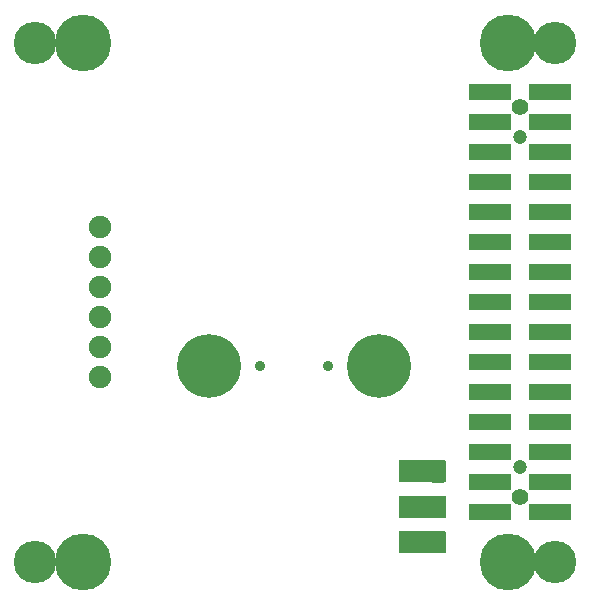
<source format=gts>
G04 #@! TF.GenerationSoftware,KiCad,Pcbnew,(5.0.0)*
G04 #@! TF.CreationDate,2019-01-06T02:19:59+09:00*
G04 #@! TF.ProjectId,M5Stack_WiSUN,4D35537461636B5F576953554E2E6B69,rev?*
G04 #@! TF.SameCoordinates,PX989680PY55d4a80*
G04 #@! TF.FileFunction,Soldermask,Top*
G04 #@! TF.FilePolarity,Negative*
%FSLAX46Y46*%
G04 Gerber Fmt 4.6, Leading zero omitted, Abs format (unit mm)*
G04 Created by KiCad (PCBNEW (5.0.0)) date 01/06/19 02:19:59*
%MOMM*%
%LPD*%
G01*
G04 APERTURE LIST*
%ADD10C,5.400000*%
%ADD11C,0.900000*%
%ADD12C,1.000000*%
%ADD13C,0.100000*%
%ADD14R,1.400000X1.900000*%
%ADD15C,3.600000*%
%ADD16C,4.800000*%
%ADD17C,1.900000*%
%ADD18C,1.400000*%
%ADD19C,1.200000*%
%ADD20R,3.550000X1.400000*%
G04 APERTURE END LIST*
D10*
G04 #@! TO.C,U1*
X32093882Y19610664D03*
X17693882Y19610664D03*
D11*
X27743882Y19610664D03*
X22043882Y19610664D03*
G04 #@! TD*
D12*
G04 #@! TO.C,JP1*
X37100000Y10700000D03*
D13*
G36*
X36560982Y9753843D02*
X36523463Y9765224D01*
X36488886Y9783706D01*
X36458579Y9808579D01*
X36433706Y9838886D01*
X36415224Y9873463D01*
X36403843Y9910982D01*
X36400000Y9950000D01*
X36400000Y10200000D01*
X36200000Y10200000D01*
X36160982Y10203843D01*
X36123463Y10215224D01*
X36088886Y10233706D01*
X36058579Y10258579D01*
X36033706Y10288886D01*
X36015224Y10323463D01*
X36003843Y10360982D01*
X36000000Y10400000D01*
X36000000Y11000000D01*
X36003843Y11039018D01*
X36015224Y11076537D01*
X36033706Y11111114D01*
X36058579Y11141421D01*
X36088886Y11166294D01*
X36123463Y11184776D01*
X36160982Y11196157D01*
X36200000Y11200000D01*
X36400000Y11200000D01*
X36400000Y11450000D01*
X36403843Y11489018D01*
X36415224Y11526537D01*
X36433706Y11561114D01*
X36458579Y11591421D01*
X36488886Y11616294D01*
X36523463Y11634776D01*
X36560982Y11646157D01*
X36600000Y11650000D01*
X37600000Y11650000D01*
X37639018Y11646157D01*
X37676537Y11634776D01*
X37711114Y11616294D01*
X37741421Y11591421D01*
X37766294Y11561114D01*
X37784776Y11526537D01*
X37796157Y11489018D01*
X37800000Y11450000D01*
X37800000Y9950000D01*
X37796157Y9910982D01*
X37784776Y9873463D01*
X37766294Y9838886D01*
X37741421Y9808579D01*
X37711114Y9783706D01*
X37676537Y9765224D01*
X37639018Y9753843D01*
X37600000Y9750000D01*
X36600000Y9750000D01*
X36560982Y9753843D01*
X36560982Y9753843D01*
G37*
D14*
X34500000Y10700000D03*
X35800000Y10700000D03*
G04 #@! TD*
G04 #@! TO.C,JP2*
X35800000Y7700000D03*
X34500000Y7700000D03*
D12*
X37100000Y7700000D03*
D13*
G36*
X36560982Y6753843D02*
X36523463Y6765224D01*
X36488886Y6783706D01*
X36458579Y6808579D01*
X36433706Y6838886D01*
X36415224Y6873463D01*
X36403843Y6910982D01*
X36400000Y6950000D01*
X36400000Y7200000D01*
X36200000Y7200000D01*
X36160982Y7203843D01*
X36123463Y7215224D01*
X36088886Y7233706D01*
X36058579Y7258579D01*
X36033706Y7288886D01*
X36015224Y7323463D01*
X36003843Y7360982D01*
X36000000Y7400000D01*
X36000000Y8000000D01*
X36003843Y8039018D01*
X36015224Y8076537D01*
X36033706Y8111114D01*
X36058579Y8141421D01*
X36088886Y8166294D01*
X36123463Y8184776D01*
X36160982Y8196157D01*
X36200000Y8200000D01*
X36400000Y8200000D01*
X36400000Y8450000D01*
X36403843Y8489018D01*
X36415224Y8526537D01*
X36433706Y8561114D01*
X36458579Y8591421D01*
X36488886Y8616294D01*
X36523463Y8634776D01*
X36560982Y8646157D01*
X36600000Y8650000D01*
X37600000Y8650000D01*
X37639018Y8646157D01*
X37676537Y8634776D01*
X37711114Y8616294D01*
X37741421Y8591421D01*
X37766294Y8561114D01*
X37784776Y8526537D01*
X37796157Y8489018D01*
X37800000Y8450000D01*
X37800000Y6950000D01*
X37796157Y6910982D01*
X37784776Y6873463D01*
X37766294Y6838886D01*
X37741421Y6808579D01*
X37711114Y6783706D01*
X37676537Y6765224D01*
X37639018Y6753843D01*
X37600000Y6750000D01*
X36600000Y6750000D01*
X36560982Y6753843D01*
X36560982Y6753843D01*
G37*
G04 #@! TD*
D12*
G04 #@! TO.C,JP3*
X37100000Y4700000D03*
D13*
G36*
X36560982Y3753843D02*
X36523463Y3765224D01*
X36488886Y3783706D01*
X36458579Y3808579D01*
X36433706Y3838886D01*
X36415224Y3873463D01*
X36403843Y3910982D01*
X36400000Y3950000D01*
X36400000Y4200000D01*
X36200000Y4200000D01*
X36160982Y4203843D01*
X36123463Y4215224D01*
X36088886Y4233706D01*
X36058579Y4258579D01*
X36033706Y4288886D01*
X36015224Y4323463D01*
X36003843Y4360982D01*
X36000000Y4400000D01*
X36000000Y5000000D01*
X36003843Y5039018D01*
X36015224Y5076537D01*
X36033706Y5111114D01*
X36058579Y5141421D01*
X36088886Y5166294D01*
X36123463Y5184776D01*
X36160982Y5196157D01*
X36200000Y5200000D01*
X36400000Y5200000D01*
X36400000Y5450000D01*
X36403843Y5489018D01*
X36415224Y5526537D01*
X36433706Y5561114D01*
X36458579Y5591421D01*
X36488886Y5616294D01*
X36523463Y5634776D01*
X36560982Y5646157D01*
X36600000Y5650000D01*
X37600000Y5650000D01*
X37639018Y5646157D01*
X37676537Y5634776D01*
X37711114Y5616294D01*
X37741421Y5591421D01*
X37766294Y5561114D01*
X37784776Y5526537D01*
X37796157Y5489018D01*
X37800000Y5450000D01*
X37800000Y3950000D01*
X37796157Y3910982D01*
X37784776Y3873463D01*
X37766294Y3838886D01*
X37741421Y3808579D01*
X37711114Y3783706D01*
X37676537Y3765224D01*
X37639018Y3753843D01*
X37600000Y3750000D01*
X36600000Y3750000D01*
X36560982Y3753843D01*
X36560982Y3753843D01*
G37*
D14*
X34500000Y4700000D03*
X35800000Y4700000D03*
G04 #@! TD*
D15*
G04 #@! TO.C,MH1*
X3000000Y3000000D03*
G04 #@! TD*
G04 #@! TO.C,MH2*
X47000000Y3000000D03*
G04 #@! TD*
G04 #@! TO.C,MH3*
X3000000Y47000000D03*
G04 #@! TD*
G04 #@! TO.C,MH4*
X47000000Y47000000D03*
G04 #@! TD*
D16*
G04 #@! TO.C,MH5*
X7000000Y3000000D03*
G04 #@! TD*
G04 #@! TO.C,MH6*
X43000000Y3000000D03*
G04 #@! TD*
G04 #@! TO.C,MH7*
X7000000Y47000000D03*
G04 #@! TD*
G04 #@! TO.C,MH8*
X43000000Y47000000D03*
G04 #@! TD*
D17*
G04 #@! TO.C,TP1*
X8490000Y31350000D03*
G04 #@! TD*
G04 #@! TO.C,TP2*
X8490000Y28810000D03*
G04 #@! TD*
G04 #@! TO.C,TP3*
X8490000Y26270000D03*
G04 #@! TD*
G04 #@! TO.C,TP4*
X8490000Y23730000D03*
G04 #@! TD*
G04 #@! TO.C,TP5*
X8490000Y21190000D03*
G04 #@! TD*
G04 #@! TO.C,TP6*
X8490000Y18650000D03*
G04 #@! TD*
D18*
G04 #@! TO.C,J1*
X44050000Y41510000D03*
X44050000Y8490000D03*
G04 #@! TD*
D19*
G04 #@! TO.C,J2*
X44050000Y11030000D03*
X44050000Y38970000D03*
D20*
X41525000Y42780000D03*
X46575000Y42780000D03*
X41525000Y40240000D03*
X46575000Y40240000D03*
X41525000Y37700000D03*
X46575000Y37700000D03*
X41525000Y35160000D03*
X46575000Y35160000D03*
X41525000Y32620000D03*
X46575000Y32620000D03*
X41525000Y30080000D03*
X46575000Y30080000D03*
X41525000Y27540000D03*
X46575000Y27540000D03*
X41525000Y25000000D03*
X46575000Y25000000D03*
X41525000Y22460000D03*
X46575000Y22460000D03*
X41525000Y19920000D03*
X46575000Y19920000D03*
X41525000Y17380000D03*
X46575000Y17380000D03*
X41525000Y14840000D03*
X46575000Y14840000D03*
X41525000Y12300000D03*
X46575000Y12300000D03*
X41525000Y9760000D03*
X46575000Y9760000D03*
X41525000Y7220000D03*
X46575000Y7220000D03*
G04 #@! TD*
M02*

</source>
